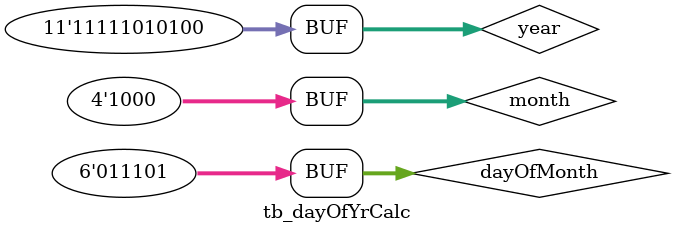
<source format=sv>
`timescale 1ns / 1ps


module tb_dayOfYrCalc #(parameter c_s = 1'b0)();         //parameter for calendar select. provided to ease assignment in command line
     
    reg [5:0] dayOfMonth;
    reg [3:0] month;
    reg [10:0] year;
    wire [8:0] dayOfYear;
    
    dayOfYrCalc #(.cal_select(c_s)) DUT(.dayOfMonth(dayOfMonth), .month(month), .year(year), .dayOfYear(dayOfYear));
    
    initial
    begin
        dayOfMonth = 0; month = 0; year = 0;
        #10 dayOfMonth = 24; month = 3; year = 2002;
        #10 dayOfMonth = 31; month = 12; year = 2009;
        #10 dayOfMonth = 30; month = 11; year = 2010;
        #10 dayOfMonth = 1; month = 12; year = 2006;
        #10 dayOfMonth = 29; month = 8; year = 2007;
        #10 dayOfMonth = 23; month = 6; year = 1996;
        #10 dayOfMonth = 5; month = 4; year = 1994;
        #10 dayOfMonth = 13; month = 1; year = 1970;
        #10 dayOfMonth = 16; month = 2; year = 1974;
        #10 dayOfMonth = 29; month = 8; year = 2004;
    end    

    initial 
        $monitor ("time = %d, dayOfMonth = %6d, month = %4d, year = %11d, dayOfYear = %9d", $time, dayOfMonth, month, year, dayOfYear);
        
endmodule

</source>
